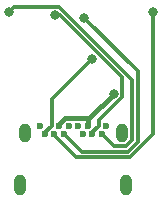
<source format=gbr>
%TF.GenerationSoftware,KiCad,Pcbnew,7.0.5*%
%TF.CreationDate,2024-03-09T10:44:33-05:00*%
%TF.ProjectId,female_connector,66656d61-6c65-45f6-936f-6e6e6563746f,rev?*%
%TF.SameCoordinates,Original*%
%TF.FileFunction,Copper,L2,Bot*%
%TF.FilePolarity,Positive*%
%FSLAX46Y46*%
G04 Gerber Fmt 4.6, Leading zero omitted, Abs format (unit mm)*
G04 Created by KiCad (PCBNEW 7.0.5) date 2024-03-09 10:44:33*
%MOMM*%
%LPD*%
G01*
G04 APERTURE LIST*
%TA.AperFunction,ComponentPad*%
%ADD10O,1.000000X1.600000*%
%TD*%
%TA.AperFunction,ComponentPad*%
%ADD11O,1.000000X1.800000*%
%TD*%
%TA.AperFunction,ComponentPad*%
%ADD12C,0.600000*%
%TD*%
%TA.AperFunction,ViaPad*%
%ADD13C,0.800000*%
%TD*%
%TA.AperFunction,Conductor*%
%ADD14C,0.300000*%
%TD*%
%TA.AperFunction,Conductor*%
%ADD15C,0.400000*%
%TD*%
G04 APERTURE END LIST*
D10*
%TO.P,J2,1*%
%TO.N,N/C*%
X-4125000Y-5620000D03*
D11*
%TO.P,J2,2*%
X-4485000Y-10010000D03*
%TO.P,J2,3*%
X4485000Y-10010000D03*
D10*
%TO.P,J2,4*%
X4125000Y-5620000D03*
D12*
%TO.P,J2,B1,b1*%
%TO.N,GND*%
X2800000Y-5020000D03*
%TO.P,J2,B2,b2*%
%TO.N,/CAN2_H*%
X2400000Y-5720000D03*
%TO.P,J2,B3,b3*%
%TO.N,/CAN2_L*%
X1600000Y-5720000D03*
%TO.P,J2,B4,b4*%
%TO.N,+12V*%
X1200000Y-5020000D03*
%TO.P,J2,B5,b5*%
%TO.N,unconnected-(J2-b5-PadB5)*%
X800000Y-5720000D03*
%TO.P,J2,B6,b6*%
%TO.N,unconnected-(J2-b6-PadB6)*%
X400000Y-5020000D03*
%TO.P,J2,B7,b7*%
%TO.N,unconnected-(J2-b7-PadB7)*%
X-400000Y-5020000D03*
%TO.P,J2,B8,b8*%
%TO.N,/SBU2*%
X-800000Y-5720000D03*
%TO.P,J2,B9,b9*%
%TO.N,+12V*%
X-1200000Y-5020000D03*
%TO.P,J2,B10,b10*%
%TO.N,/CAN3_L*%
X-1600000Y-5720000D03*
%TO.P,J2,B11,b11*%
%TO.N,/CAN3_H*%
X-2400000Y-5720000D03*
%TO.P,J2,B12,b12*%
%TO.N,GND*%
X-2800000Y-5020000D03*
%TD*%
D13*
%TO.N,/CAN3_H*%
X1553900Y634900D03*
%TO.N,/CAN3_L*%
X6729100Y4583800D03*
%TO.N,/SBU2*%
X904500Y4097100D03*
%TO.N,/CAN2_L*%
X-1532800Y4350000D03*
%TO.N,/CAN2_H*%
X-5487600Y4606000D03*
%TO.N,+12V*%
X3401200Y-2321000D03*
%TD*%
D14*
%TO.N,/CAN3_H*%
X-1840600Y-2759600D02*
X1553900Y634900D01*
X-1840600Y-5010700D02*
X-1840600Y-2759600D01*
X-2400000Y-5570100D02*
X-1840600Y-5010700D01*
X-2400000Y-5720000D02*
X-2400000Y-5570100D01*
%TO.N,/CAN3_L*%
X6729100Y-5753900D02*
X6729100Y4583800D01*
X4808300Y-7674700D02*
X6729100Y-5753900D01*
X229500Y-7674700D02*
X4808300Y-7674700D01*
X-1600000Y-5845200D02*
X229500Y-7674700D01*
X-1600000Y-5720000D02*
X-1600000Y-5845200D01*
%TO.N,/SBU2*%
X702800Y-7222800D02*
X-800000Y-5720000D01*
X4621200Y-7222800D02*
X702800Y-7222800D01*
X5430700Y-6413300D02*
X4621200Y-7222800D01*
X5430700Y-429100D02*
X5430700Y-6413300D01*
X904500Y4097100D02*
X5430700Y-429100D01*
%TO.N,/CAN2_L*%
X-1148000Y4350000D02*
X-1532800Y4350000D01*
X4103100Y-901100D02*
X-1148000Y4350000D01*
X4103100Y-2611700D02*
X4103100Y-901100D01*
X3691900Y-3022900D02*
X4103100Y-2611700D01*
X3667100Y-3022900D02*
X3691900Y-3022900D01*
X2159400Y-4530600D02*
X3667100Y-3022900D01*
X2159400Y-5010700D02*
X2159400Y-4530600D01*
X1600000Y-5570100D02*
X2159400Y-5010700D01*
X1600000Y-5720000D02*
X1600000Y-5570100D01*
%TO.N,/CAN2_H*%
X3401900Y-6721900D02*
X2400000Y-5720000D01*
X4469000Y-6721900D02*
X3401900Y-6721900D01*
X4974000Y-6216900D02*
X4469000Y-6721900D01*
X4974000Y-1133000D02*
X4974000Y-6216900D01*
X-1210900Y5051900D02*
X4974000Y-1133000D01*
X-5041700Y5051900D02*
X-1210900Y5051900D01*
X-5487600Y4606000D02*
X-5041700Y5051900D01*
D15*
%TO.N,+12V*%
X1200000Y-4365500D02*
X1200000Y-5020000D01*
X1356700Y-4365500D02*
X1200000Y-4365500D01*
X3401200Y-2321000D02*
X1356700Y-4365500D01*
X-1200000Y-4842400D02*
X-1200000Y-5020000D01*
X-723100Y-4365500D02*
X-1200000Y-4842400D01*
X1200000Y-4365500D02*
X-723100Y-4365500D01*
%TD*%
M02*

</source>
